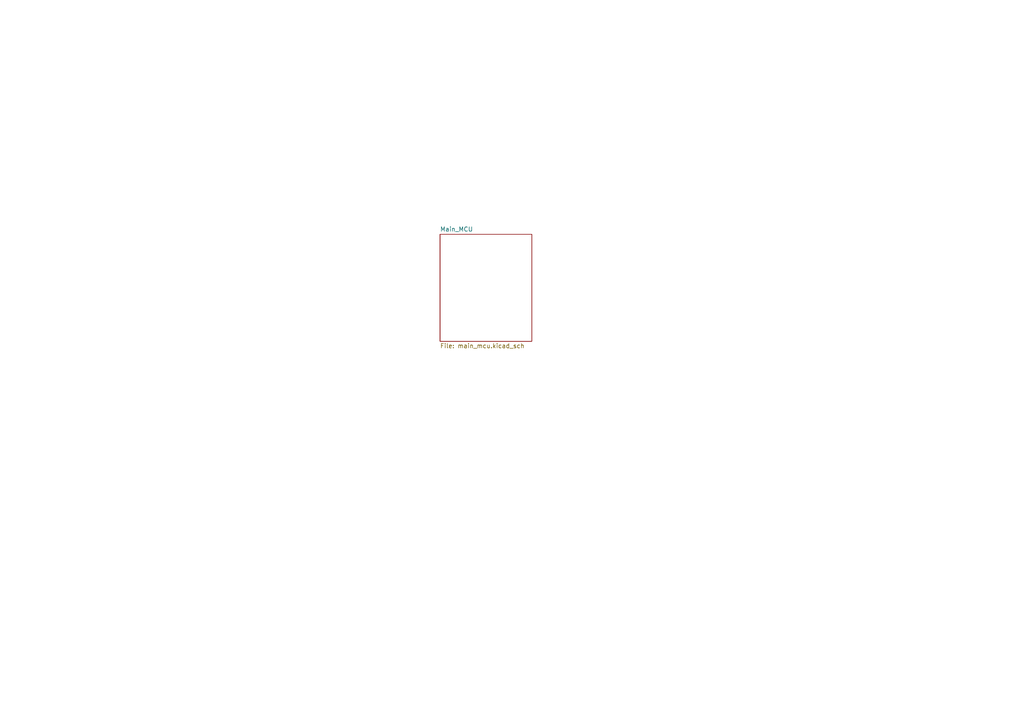
<source format=kicad_sch>
(kicad_sch
	(version 20231120)
	(generator "eeschema")
	(generator_version "8.0")
	(uuid "eacc50d8-8f37-499c-bdc5-63fc65cec568")
	(paper "A4")
	(lib_symbols)
	(sheet
		(at 127.635 67.945)
		(size 26.615 31.055)
		(fields_autoplaced yes)
		(stroke
			(width 0.15)
			(type solid)
		)
		(fill
			(color 0 0 0 0.0000)
		)
		(uuid "4cfed190-db6f-4bff-b92a-b36a3b515167")
		(property "Sheetname" "Main_MCU"
			(at 127.635 67.2346 0)
			(effects
				(font
					(size 1.27 1.27)
				)
				(justify left bottom)
			)
		)
		(property "Sheetfile" "main_mcu.kicad_sch"
			(at 127.635 99.5834 0)
			(effects
				(font
					(size 1.27 1.27)
				)
				(justify left top)
			)
		)
		(instances
			(project "kicad_h00v33r"
				(path "/eacc50d8-8f37-499c-bdc5-63fc65cec568"
					(page "2")
				)
			)
		)
	)
	(sheet_instances
		(path "/"
			(page "1")
		)
	)
)

</source>
